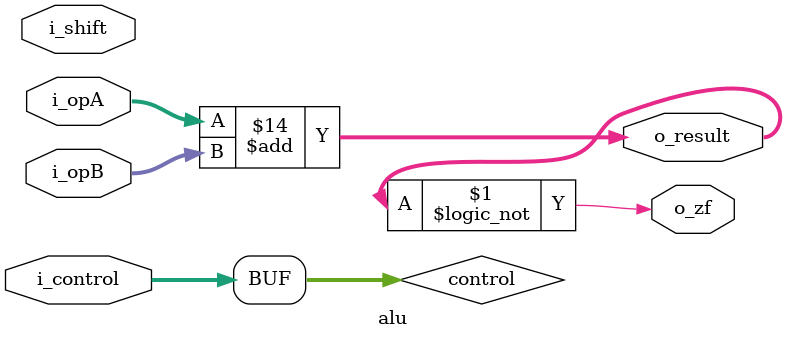
<source format=v>
module alu(i_opA, i_opB, i_control, i_shift, o_result, o_zf);

localparam
CTRL_ADD  = 4'd0,
CTRL_SUB  = 4'd1,
CTRL_AND  = 4'd2,
CTRL_OR   = 4'd3,
CTRL_NOR  = 4'd4,
CTRL_XOR  = 4'd5,
CTRL_SLL  = 4'd6,
CTRL_SRL  = 4'd7,
CTRL_SLTU = 4'd8;
  
input      [31:0] i_opA, i_opB;
input      [3:0]  i_control;
input      [4:0]  i_shift;
output reg [31:0] o_result;
output            o_zf;

assign o_zf = (o_result == 32'd0);

reg [3:0] control;

always @* begin
    control <= i_control;

    case (control)
        CTRL_AND: o_result <= i_opA & i_opB;
        CTRL_OR:  o_result <= i_opA | i_opB;
        CTRL_NOR: o_result <= ~(i_opA | i_opB);
        CTRL_XOR: o_result <= i_opA ^ i_opB;
        
        CTRL_ADD: o_result <= i_opA + i_opB;
        CTRL_SUB: o_result <= i_opA - i_opB;
        
        CTRL_SLTU: o_result <= (i_opA < i_opB) ? 32'd1 : 32'd0;
        
        CTRL_SLL: o_result = i_opB << i_shift;
        CTRL_SRL: o_result = i_opB >> i_shift;
		  
        default: o_result <= i_opA + i_opB;
        
    endcase
end

/*
always @* begin : __ALU_RES_DEBUG
    $display("\tALU CTRL:\t%b", i_control);
    $display("\tALU A:\t%h", i_opA);
    $display("\tALU B:\t%h", i_opB);
    $display("\tALU RES:\t%h", i_opB);
end*/

endmodule


</source>
